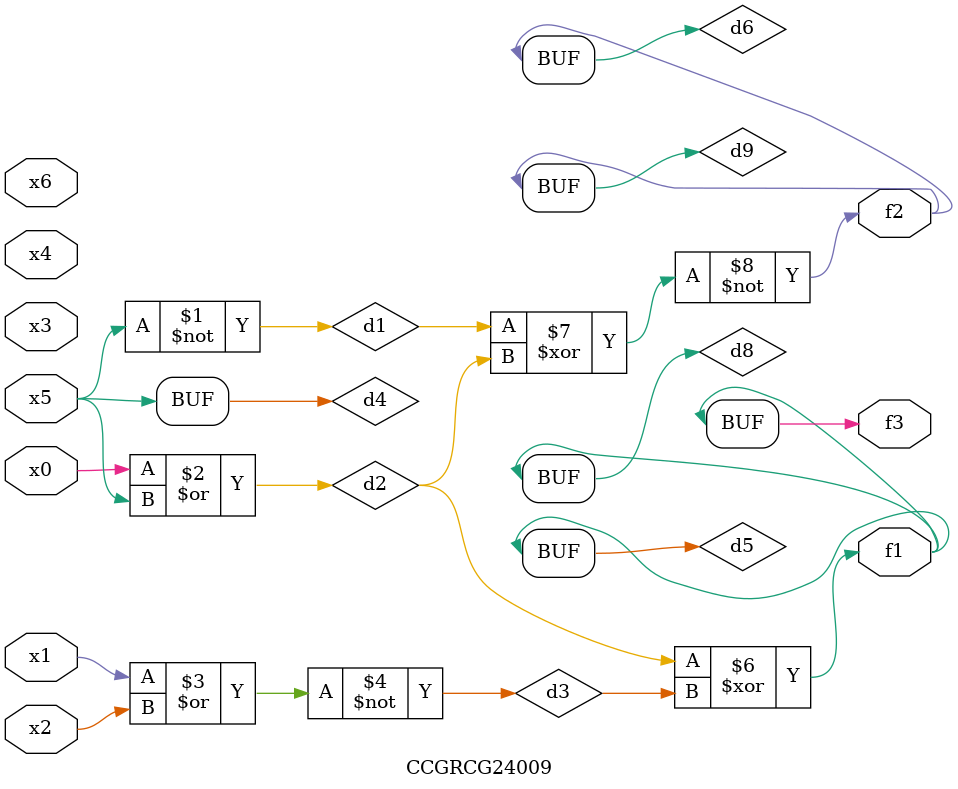
<source format=v>
module CCGRCG24009(
	input x0, x1, x2, x3, x4, x5, x6,
	output f1, f2, f3
);

	wire d1, d2, d3, d4, d5, d6, d7, d8, d9;

	nand (d1, x5);
	or (d2, x0, x5);
	nor (d3, x1, x2);
	xnor (d4, d1);
	xor (d5, d2, d3);
	xnor (d6, d1, d2);
	not (d7, x4);
	buf (d8, d5);
	xor (d9, d6);
	assign f1 = d8;
	assign f2 = d9;
	assign f3 = d8;
endmodule

</source>
